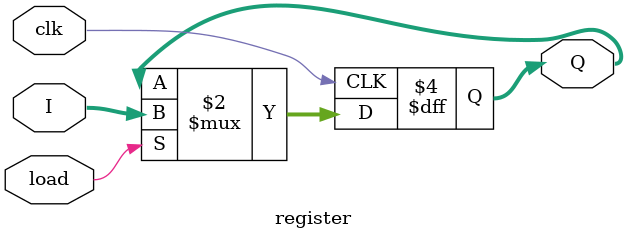
<source format=v>
module register 
(
	input [3:0] I ,
	input load , clk ,
	output reg [3:0] Q
);
	always @(posedge clk)
		if(load)
			Q <= I ;
endmodule

</source>
